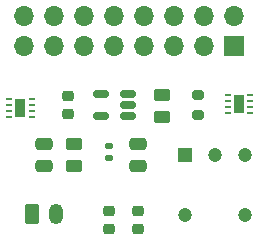
<source format=gbr>
%TF.GenerationSoftware,KiCad,Pcbnew,8.0.1*%
%TF.CreationDate,2024-03-24T19:04:35+02:00*%
%TF.ProjectId,PowerKiCad-CLRMAT005,506f7765-724b-4694-9361-642d434c524d,rev?*%
%TF.SameCoordinates,Original*%
%TF.FileFunction,Soldermask,Top*%
%TF.FilePolarity,Negative*%
%FSLAX46Y46*%
G04 Gerber Fmt 4.6, Leading zero omitted, Abs format (unit mm)*
G04 Created by KiCad (PCBNEW 8.0.1) date 2024-03-24 19:04:35*
%MOMM*%
%LPD*%
G01*
G04 APERTURE LIST*
G04 Aperture macros list*
%AMRoundRect*
0 Rectangle with rounded corners*
0 $1 Rounding radius*
0 $2 $3 $4 $5 $6 $7 $8 $9 X,Y pos of 4 corners*
0 Add a 4 corners polygon primitive as box body*
4,1,4,$2,$3,$4,$5,$6,$7,$8,$9,$2,$3,0*
0 Add four circle primitives for the rounded corners*
1,1,$1+$1,$2,$3*
1,1,$1+$1,$4,$5*
1,1,$1+$1,$6,$7*
1,1,$1+$1,$8,$9*
0 Add four rect primitives between the rounded corners*
20,1,$1+$1,$2,$3,$4,$5,0*
20,1,$1+$1,$4,$5,$6,$7,0*
20,1,$1+$1,$6,$7,$8,$9,0*
20,1,$1+$1,$8,$9,$2,$3,0*%
G04 Aperture macros list end*
%ADD10RoundRect,0.062500X-0.187500X-0.062500X0.187500X-0.062500X0.187500X0.062500X-0.187500X0.062500X0*%
%ADD11R,0.900000X1.600000*%
%ADD12C,1.200000*%
%ADD13R,1.200000X1.200000*%
%ADD14RoundRect,0.225000X-0.250000X0.225000X-0.250000X-0.225000X0.250000X-0.225000X0.250000X0.225000X0*%
%ADD15RoundRect,0.250000X-0.475000X0.250000X-0.475000X-0.250000X0.475000X-0.250000X0.475000X0.250000X0*%
%ADD16RoundRect,0.218750X0.256250X-0.218750X0.256250X0.218750X-0.256250X0.218750X-0.256250X-0.218750X0*%
%ADD17RoundRect,0.150000X0.512500X0.150000X-0.512500X0.150000X-0.512500X-0.150000X0.512500X-0.150000X0*%
%ADD18RoundRect,0.250000X0.450000X-0.262500X0.450000X0.262500X-0.450000X0.262500X-0.450000X-0.262500X0*%
%ADD19R,1.700000X1.700000*%
%ADD20O,1.700000X1.700000*%
%ADD21RoundRect,0.250000X-0.450000X0.262500X-0.450000X-0.262500X0.450000X-0.262500X0.450000X0.262500X0*%
%ADD22RoundRect,0.135000X-0.185000X0.135000X-0.185000X-0.135000X0.185000X-0.135000X0.185000X0.135000X0*%
%ADD23RoundRect,0.200000X-0.275000X0.200000X-0.275000X-0.200000X0.275000X-0.200000X0.275000X0.200000X0*%
%ADD24RoundRect,0.250000X-0.350000X-0.625000X0.350000X-0.625000X0.350000X0.625000X-0.350000X0.625000X0*%
%ADD25O,1.200000X1.750000*%
G04 APERTURE END LIST*
D10*
%TO.C,U2*%
X153550000Y-92925000D03*
X153550000Y-93425000D03*
X153550000Y-93925000D03*
X153550000Y-94425000D03*
X155450000Y-94425000D03*
X155450000Y-93925000D03*
X155450000Y-93425000D03*
X155450000Y-92925000D03*
D11*
X154500000Y-93675000D03*
%TD*%
D12*
%TO.C,SW1*%
X149960000Y-103080000D03*
X155040000Y-103080000D03*
D13*
X149960000Y-98000000D03*
D12*
X152500000Y-98000000D03*
X155040000Y-98000000D03*
%TD*%
D14*
%TO.C,C1*%
X146000000Y-102725000D03*
X146000000Y-104275000D03*
%TD*%
D15*
%TO.C,C3*%
X138000000Y-97050000D03*
X138000000Y-98950000D03*
%TD*%
D16*
%TO.C,D1*%
X140000000Y-94562500D03*
X140000000Y-92987500D03*
%TD*%
D17*
%TO.C,U3*%
X145137500Y-94725000D03*
X145137500Y-93775000D03*
X145137500Y-92825000D03*
X142862500Y-92825000D03*
X142862500Y-94725000D03*
%TD*%
D18*
%TO.C,R2*%
X140500000Y-98912500D03*
X140500000Y-97087500D03*
%TD*%
D15*
%TO.C,C4*%
X146000000Y-97050000D03*
X146000000Y-98950000D03*
%TD*%
D19*
%TO.C,J1*%
X154080000Y-88775000D03*
D20*
X154080000Y-86235000D03*
X151540000Y-88775000D03*
X151540000Y-86235000D03*
X149000000Y-88775000D03*
X149000000Y-86235000D03*
X146460000Y-88775000D03*
X146460000Y-86235000D03*
X143920000Y-88775000D03*
X143920000Y-86235000D03*
X141380000Y-88775000D03*
X141380000Y-86235000D03*
X138840000Y-88775000D03*
X138840000Y-86235000D03*
X136300000Y-88775000D03*
X136300000Y-86235000D03*
%TD*%
D21*
%TO.C,R3*%
X148000000Y-92950000D03*
X148000000Y-94775000D03*
%TD*%
D22*
%TO.C,R1*%
X143500000Y-97265000D03*
X143500000Y-98285000D03*
%TD*%
D10*
%TO.C,U1*%
X135050000Y-93275000D03*
X135050000Y-93775000D03*
X135050000Y-94275000D03*
X135050000Y-94775000D03*
X136950000Y-94775000D03*
X136950000Y-94275000D03*
X136950000Y-93775000D03*
X136950000Y-93275000D03*
D11*
X136000000Y-94025000D03*
%TD*%
D23*
%TO.C,R4*%
X151000000Y-92950000D03*
X151000000Y-94600000D03*
%TD*%
D14*
%TO.C,C2*%
X143500000Y-102725000D03*
X143500000Y-104275000D03*
%TD*%
D24*
%TO.C,J2*%
X137000000Y-103000000D03*
D25*
X139000000Y-103000000D03*
%TD*%
M02*

</source>
